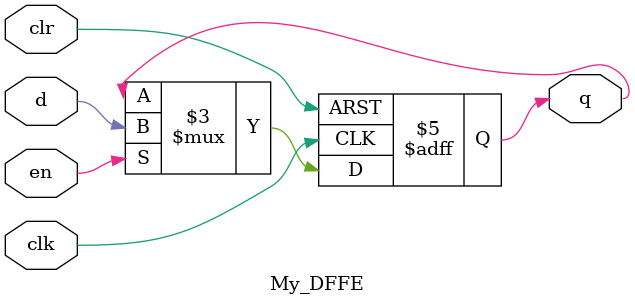
<source format=v>
module My_DFFE(q, d, clk, en, clr);
   
   //Inputs
   input d, clk, en, clr;
   
   //Internal wire
   wire clr;

   //Output
   output q;
   
   //Register
   reg q;

   //Intialize q to 0
   initial
   begin
       q = 1'b0;
   end

   //Set value of q on positive edge of the clock or clear
   always @(posedge clk or posedge clr) begin
       //If clear is high, set q to 0
       if (clr) begin
           q <= 1'b0;
       //If enable is high, set q to the value of d
       end else if (en) begin
           q <= d;
       end
   end
endmodule

</source>
